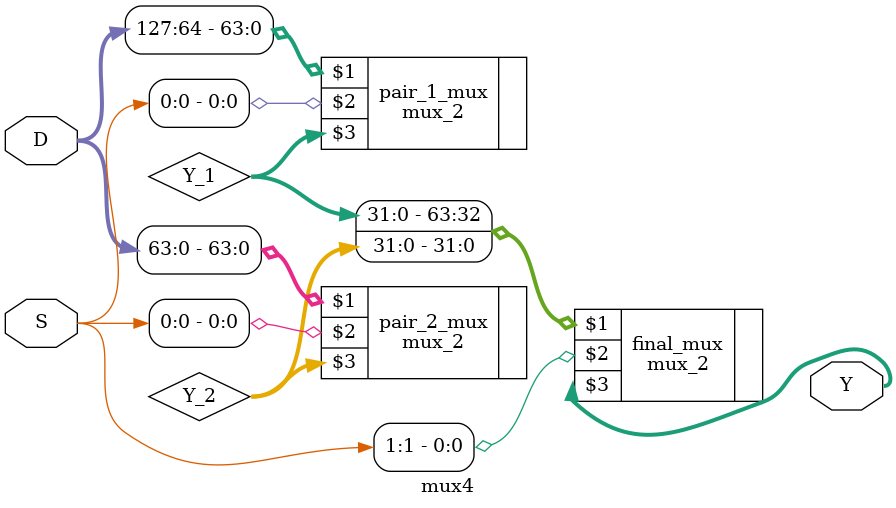
<source format=sv>
module mux4(D, S, Y);

input wire [127:0] D;
input wire [1:0] S;
output logic [31:0] Y;
logic [31:0] Y_1, Y_2;

mux_2 pair_1_mux (D[127:64], S[0], Y_1);
mux_2 pair_2_mux (D[63:0], S[0], Y_2);
mux_2 final_mux ({Y_1,Y_2}, S[1], Y);

endmodule
</source>
